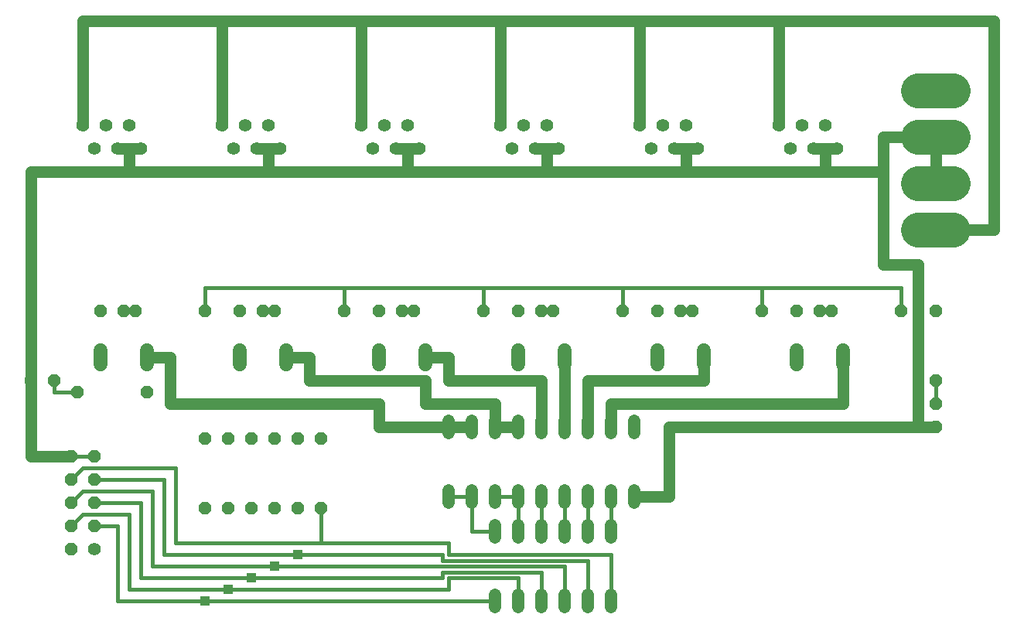
<source format=gbl>
G75*
G70*
%OFA0B0*%
%FSLAX24Y24*%
%IPPOS*%
%LPD*%
%AMOC8*
5,1,8,0,0,1.08239X$1,22.5*
%
%ADD10C,0.0554*%
%ADD11C,0.0560*%
%ADD12OC8,0.0560*%
%ADD13C,0.0520*%
%ADD14C,0.1500*%
%ADD15C,0.0600*%
%ADD16OC8,0.0520*%
%ADD17C,0.0500*%
%ADD18C,0.0160*%
%ADD19R,0.0396X0.0396*%
D10*
X004949Y020689D03*
X005949Y020689D03*
X006949Y020689D03*
X006449Y021689D03*
X005449Y021689D03*
X004449Y021689D03*
X010449Y021689D03*
X011449Y021689D03*
X012449Y021689D03*
X011949Y020689D03*
X010949Y020689D03*
X012949Y020689D03*
X016449Y021689D03*
X017449Y021689D03*
X018449Y021689D03*
X017949Y020689D03*
X016949Y020689D03*
X018949Y020689D03*
X022449Y021689D03*
X023449Y021689D03*
X024449Y021689D03*
X023949Y020689D03*
X022949Y020689D03*
X024949Y020689D03*
X028449Y021689D03*
X029449Y021689D03*
X030449Y021689D03*
X029949Y020689D03*
X030949Y020689D03*
X028949Y020689D03*
X034449Y021689D03*
X035449Y021689D03*
X036449Y021689D03*
X035949Y020689D03*
X034949Y020689D03*
X036949Y020689D03*
D11*
X004949Y003439D03*
D12*
X003949Y003439D03*
X003949Y004439D03*
X004949Y004439D03*
X004949Y005439D03*
X003949Y005439D03*
X003949Y006439D03*
X004949Y006439D03*
X004949Y007439D03*
X003949Y007439D03*
D13*
X020199Y008429D02*
X020199Y008949D01*
X021199Y008949D02*
X021199Y008429D01*
X022199Y008429D02*
X022199Y008949D01*
X023199Y008949D02*
X023199Y008429D01*
X024199Y008429D02*
X024199Y008949D01*
X025199Y008949D02*
X025199Y008429D01*
X026199Y008429D02*
X026199Y008949D01*
X027199Y008949D02*
X027199Y008429D01*
X028199Y008429D02*
X028199Y008949D01*
X028199Y005949D02*
X028199Y005429D01*
X027199Y005429D02*
X027199Y005949D01*
X026199Y005949D02*
X026199Y005429D01*
X025199Y005429D02*
X025199Y005949D01*
X024199Y005949D02*
X024199Y005429D01*
X023199Y005429D02*
X023199Y005949D01*
X022199Y005949D02*
X022199Y005429D01*
X021199Y005429D02*
X021199Y005949D01*
X020199Y005949D02*
X020199Y005429D01*
X022199Y004449D02*
X022199Y003929D01*
X023199Y003929D02*
X023199Y004449D01*
X024199Y004449D02*
X024199Y003929D01*
X025199Y003929D02*
X025199Y004449D01*
X026199Y004449D02*
X026199Y003929D01*
X027199Y003929D02*
X027199Y004449D01*
X027199Y001449D02*
X027199Y000929D01*
X026199Y000929D02*
X026199Y001449D01*
X025199Y001449D02*
X025199Y000929D01*
X024199Y000929D02*
X024199Y001449D01*
X023199Y001449D02*
X023199Y000929D01*
X022199Y000929D02*
X022199Y001449D01*
D14*
X040449Y017189D02*
X041949Y017189D01*
X041949Y019189D02*
X040449Y019189D01*
X040449Y021189D02*
X041949Y021189D01*
X041949Y023189D02*
X040449Y023189D01*
D15*
X037199Y011989D02*
X037199Y011389D01*
X035199Y011389D02*
X035199Y011989D01*
X031199Y011989D02*
X031199Y011389D01*
X029199Y011389D02*
X029199Y011989D01*
X025199Y011989D02*
X025199Y011389D01*
X023199Y011389D02*
X023199Y011989D01*
X019199Y011989D02*
X019199Y011389D01*
X017199Y011389D02*
X017199Y011989D01*
X013199Y011989D02*
X013199Y011389D01*
X011199Y011389D02*
X011199Y011989D01*
X007199Y011989D02*
X007199Y011389D01*
X005199Y011389D02*
X005199Y011989D01*
D16*
X003199Y010689D03*
X002199Y010689D03*
X004199Y010189D03*
X007199Y010189D03*
X009699Y008189D03*
X010699Y008189D03*
X011699Y008189D03*
X012699Y008189D03*
X013699Y008189D03*
X014699Y008189D03*
X014699Y005189D03*
X013699Y005189D03*
X012699Y005189D03*
X011699Y005189D03*
X010699Y005189D03*
X009699Y005189D03*
X009699Y013689D03*
X011199Y013689D03*
X012199Y013689D03*
X012699Y013689D03*
X015699Y013689D03*
X017199Y013689D03*
X018199Y013689D03*
X018699Y013689D03*
X021699Y013689D03*
X023199Y013689D03*
X024199Y013689D03*
X024699Y013689D03*
X027699Y013689D03*
X029199Y013689D03*
X030199Y013689D03*
X030699Y013689D03*
X033699Y013689D03*
X035199Y013689D03*
X036199Y013689D03*
X036699Y013689D03*
X039699Y013689D03*
X041199Y013689D03*
X041199Y010689D03*
X041199Y009689D03*
X041199Y008689D03*
X006699Y013689D03*
X006199Y013689D03*
X005199Y013689D03*
D17*
X007199Y011689D02*
X008199Y011689D01*
X008199Y009689D01*
X017199Y009689D01*
X017199Y008689D01*
X020199Y008689D01*
X021199Y008689D01*
X022199Y008689D02*
X022199Y009689D01*
X019199Y009689D01*
X019199Y010689D01*
X014199Y010689D01*
X014199Y011689D01*
X013199Y011689D01*
X019199Y011689D02*
X020199Y011689D01*
X020199Y010689D01*
X024199Y010689D01*
X024199Y008689D01*
X023199Y008689D02*
X022199Y008689D01*
X025199Y008689D02*
X025199Y011689D01*
X026199Y010689D02*
X031199Y010689D01*
X031199Y011689D01*
X027199Y009689D02*
X037199Y009689D01*
X037199Y011689D01*
X040449Y008689D02*
X040449Y015689D01*
X038949Y015689D01*
X038949Y019689D01*
X036449Y019689D01*
X036449Y020689D01*
X036949Y020689D01*
X036449Y020689D02*
X035949Y020689D01*
X036449Y019689D02*
X030449Y019689D01*
X030449Y020689D01*
X029949Y020689D01*
X030449Y020689D02*
X030949Y020689D01*
X030449Y019689D02*
X024449Y019689D01*
X024449Y020689D01*
X023949Y020689D01*
X024449Y020689D02*
X024949Y020689D01*
X024449Y019689D02*
X018449Y019689D01*
X018449Y020689D01*
X017949Y020689D01*
X018449Y020689D02*
X018949Y020689D01*
X018449Y019689D02*
X012449Y019689D01*
X012449Y020689D01*
X011949Y020689D01*
X012449Y020689D02*
X012949Y020689D01*
X012449Y019689D02*
X006449Y019689D01*
X002199Y019689D01*
X002199Y007439D01*
X003949Y007439D01*
X006449Y019689D02*
X006449Y020689D01*
X005949Y020689D01*
X006449Y020689D02*
X006949Y020689D01*
X004449Y021689D02*
X004449Y026189D01*
X010449Y026189D01*
X010449Y021689D01*
X016449Y021689D02*
X016449Y026189D01*
X010449Y026189D01*
X016449Y026189D02*
X022449Y026189D01*
X022449Y021689D01*
X028449Y021689D02*
X028449Y026189D01*
X022449Y026189D01*
X028449Y026189D02*
X034449Y026189D01*
X043699Y026189D01*
X043699Y017189D01*
X041199Y017189D01*
X041199Y019189D02*
X041199Y021189D01*
X038949Y021189D01*
X038949Y019689D01*
X034449Y021689D02*
X034449Y026189D01*
X026199Y010689D02*
X026199Y008689D01*
X027199Y008689D02*
X027199Y009689D01*
X029699Y008689D02*
X040449Y008689D01*
X041199Y008689D01*
X029699Y008689D02*
X029699Y005689D01*
X028199Y005689D01*
D18*
X027199Y005689D02*
X027199Y004189D01*
X026199Y004189D02*
X026199Y005689D01*
X025199Y005689D02*
X025199Y004189D01*
X024199Y004189D02*
X024199Y005689D01*
X023199Y005689D02*
X023199Y004189D01*
X022199Y004189D02*
X021199Y004189D01*
X021199Y005689D01*
X020199Y005689D01*
X022199Y005689D02*
X023199Y005689D01*
X020199Y003689D02*
X014699Y003689D01*
X008449Y003689D01*
X008449Y006939D01*
X004449Y006939D01*
X003949Y006439D01*
X004449Y005939D02*
X003949Y005439D01*
X004449Y005939D02*
X007449Y005939D01*
X007449Y002689D01*
X012699Y002689D01*
X025199Y002689D01*
X025199Y001189D01*
X026199Y001189D02*
X026199Y002939D01*
X019949Y002939D01*
X019949Y003189D01*
X013699Y003189D01*
X007949Y003189D01*
X007949Y006439D01*
X004949Y006439D01*
X004949Y005439D02*
X006949Y005439D01*
X006949Y002189D01*
X011699Y002189D01*
X019949Y002189D01*
X019949Y002439D01*
X024199Y002439D01*
X024199Y001189D01*
X023199Y001189D02*
X023199Y002189D01*
X020199Y002189D01*
X020199Y001689D01*
X010699Y001689D01*
X006449Y001689D01*
X006449Y004939D01*
X004449Y004939D01*
X003949Y004439D01*
X004949Y004439D02*
X005949Y004439D01*
X005949Y001189D01*
X009699Y001189D01*
X022199Y001189D01*
X020199Y003189D02*
X020199Y003689D01*
X020199Y003189D02*
X027199Y003189D01*
X027199Y001189D01*
X014699Y003689D02*
X014699Y005189D01*
X004949Y007439D02*
X003949Y007439D01*
X004199Y010189D02*
X003199Y010189D01*
X003199Y010689D01*
X006199Y013689D02*
X006699Y013689D01*
X009699Y013689D02*
X009699Y014689D01*
X015699Y014689D01*
X021699Y014689D01*
X027699Y014689D01*
X033699Y014689D01*
X039699Y014689D01*
X039699Y013689D01*
X036699Y013689D02*
X036199Y013689D01*
X033699Y013689D02*
X033699Y014689D01*
X030699Y013689D02*
X030199Y013689D01*
X027699Y013689D02*
X027699Y014689D01*
X024699Y013689D02*
X024199Y013689D01*
X021699Y013689D02*
X021699Y014689D01*
X018699Y013689D02*
X018199Y013689D01*
X015699Y013689D02*
X015699Y014689D01*
X012699Y013689D02*
X012199Y013689D01*
X041199Y010689D02*
X041199Y009689D01*
D19*
X013699Y003189D03*
X012699Y002689D03*
X011699Y002189D03*
X010699Y001689D03*
X009699Y001189D03*
M02*

</source>
